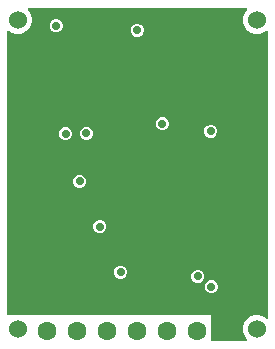
<source format=gbr>
%TF.GenerationSoftware,Altium Limited,Altium Designer,22.10.1 (41)*%
G04 Layer_Physical_Order=2*
G04 Layer_Color=36540*
%FSLAX45Y45*%
%MOMM*%
%TF.SameCoordinates,31040185-1CDC-4878-9C2F-C35C27A90F04*%
%TF.FilePolarity,Positive*%
%TF.FileFunction,Copper,L2,Inr,Signal*%
%TF.Part,Single*%
G01*
G75*
%TA.AperFunction,ViaPad*%
%ADD26C,1.52400*%
%TA.AperFunction,ComponentPad*%
%ADD27C,1.60000*%
%ADD28R,1.60000X1.60000*%
%TA.AperFunction,ViaPad*%
%ADD29C,0.70000*%
G36*
X2132594Y2892300D02*
X2118976Y2878682D01*
X2103178Y2851318D01*
X2095000Y2820798D01*
Y2789202D01*
X2103178Y2758682D01*
X2118976Y2731318D01*
X2141318Y2708976D01*
X2168681Y2693178D01*
X2199202Y2685000D01*
X2230798D01*
X2261318Y2693178D01*
X2288682Y2708976D01*
X2298267Y2718561D01*
X2310000Y2713701D01*
Y281299D01*
X2298267Y276439D01*
X2288682Y286024D01*
X2261318Y301822D01*
X2230798Y310000D01*
X2199202D01*
X2168681Y301822D01*
X2141318Y286024D01*
X2118976Y263682D01*
X2103178Y236318D01*
X2095000Y205798D01*
Y174202D01*
X2103178Y143681D01*
X2118976Y116318D01*
X2132594Y102700D01*
X2127333Y90000D01*
X1830000D01*
Y310000D01*
X95000D01*
Y2713700D01*
X106733Y2718561D01*
X116318Y2708976D01*
X143681Y2693178D01*
X174202Y2685000D01*
X205798D01*
X236318Y2693178D01*
X263682Y2708976D01*
X286024Y2731318D01*
X301822Y2758682D01*
X310000Y2789202D01*
Y2820798D01*
X301822Y2851318D01*
X286024Y2878682D01*
X272406Y2892300D01*
X277666Y2905000D01*
X2127334D01*
X2132594Y2892300D01*
D02*
G37*
%LPC*%
G36*
X525940Y2810000D02*
X504060D01*
X483845Y2801627D01*
X468373Y2786155D01*
X460000Y2765940D01*
Y2744060D01*
X468373Y2723845D01*
X483845Y2708374D01*
X504060Y2700000D01*
X525940D01*
X546155Y2708374D01*
X561627Y2723845D01*
X570000Y2744060D01*
Y2765940D01*
X561627Y2786155D01*
X546155Y2801627D01*
X525940Y2810000D01*
D02*
G37*
G36*
X1210940Y2775000D02*
X1189060D01*
X1168845Y2766626D01*
X1153373Y2751155D01*
X1145000Y2730940D01*
Y2709060D01*
X1153373Y2688845D01*
X1168845Y2673373D01*
X1189060Y2665000D01*
X1210940D01*
X1231155Y2673373D01*
X1246626Y2688845D01*
X1255000Y2709060D01*
Y2730940D01*
X1246626Y2751155D01*
X1231155Y2766626D01*
X1210940Y2775000D01*
D02*
G37*
G36*
X1425940Y1980000D02*
X1404060D01*
X1383845Y1971626D01*
X1368373Y1956155D01*
X1360000Y1935940D01*
Y1914060D01*
X1368373Y1893845D01*
X1383845Y1878373D01*
X1404060Y1870000D01*
X1425940D01*
X1446155Y1878373D01*
X1461626Y1893845D01*
X1470000Y1914060D01*
Y1935940D01*
X1461626Y1956155D01*
X1446155Y1971626D01*
X1425940Y1980000D01*
D02*
G37*
G36*
X1835940Y1920000D02*
X1814060D01*
X1793845Y1911627D01*
X1778373Y1896155D01*
X1770000Y1875940D01*
Y1854060D01*
X1778373Y1833845D01*
X1793845Y1818374D01*
X1814060Y1810000D01*
X1835940D01*
X1856155Y1818374D01*
X1871626Y1833845D01*
X1880000Y1854060D01*
Y1875940D01*
X1871626Y1896155D01*
X1856155Y1911627D01*
X1835940Y1920000D01*
D02*
G37*
G36*
X780940Y1900000D02*
X759060D01*
X738845Y1891627D01*
X723373Y1876155D01*
X715000Y1855940D01*
Y1834060D01*
X723373Y1813845D01*
X738845Y1798374D01*
X759060Y1790000D01*
X780940D01*
X801155Y1798374D01*
X816627Y1813845D01*
X825000Y1834060D01*
Y1855940D01*
X816627Y1876155D01*
X801155Y1891627D01*
X780940Y1900000D01*
D02*
G37*
G36*
X605940Y1895000D02*
X584060D01*
X563845Y1886626D01*
X548374Y1871155D01*
X540000Y1850940D01*
Y1829060D01*
X548374Y1808845D01*
X563845Y1793373D01*
X584060Y1785000D01*
X605940D01*
X626155Y1793373D01*
X641627Y1808845D01*
X650000Y1829060D01*
Y1850940D01*
X641627Y1871155D01*
X626155Y1886626D01*
X605940Y1895000D01*
D02*
G37*
G36*
X725940Y1495000D02*
X704060D01*
X683845Y1486626D01*
X668374Y1471155D01*
X660000Y1450940D01*
Y1429060D01*
X668374Y1408845D01*
X683845Y1393373D01*
X704060Y1385000D01*
X725940D01*
X746155Y1393373D01*
X761627Y1408845D01*
X770000Y1429060D01*
Y1450940D01*
X761627Y1471155D01*
X746155Y1486626D01*
X725940Y1495000D01*
D02*
G37*
G36*
X895940Y1110000D02*
X874060D01*
X853845Y1101626D01*
X838373Y1086155D01*
X830000Y1065940D01*
Y1044060D01*
X838373Y1023845D01*
X853845Y1008373D01*
X874060Y1000000D01*
X895940D01*
X916155Y1008373D01*
X931627Y1023845D01*
X940000Y1044060D01*
Y1065940D01*
X931627Y1086155D01*
X916155Y1101626D01*
X895940Y1110000D01*
D02*
G37*
G36*
X1070940Y725000D02*
X1049060D01*
X1028845Y716626D01*
X1013373Y701155D01*
X1005000Y680940D01*
Y659060D01*
X1013373Y638845D01*
X1028845Y623373D01*
X1049060Y615000D01*
X1070940D01*
X1091155Y623373D01*
X1106626Y638845D01*
X1115000Y659060D01*
Y680940D01*
X1106626Y701155D01*
X1091155Y716626D01*
X1070940Y725000D01*
D02*
G37*
G36*
X1725940Y690000D02*
X1704060D01*
X1683845Y681627D01*
X1668374Y666155D01*
X1660000Y645940D01*
Y624060D01*
X1668374Y603845D01*
X1683845Y588373D01*
X1704060Y580000D01*
X1725940D01*
X1746155Y588373D01*
X1761627Y603845D01*
X1770000Y624060D01*
Y645940D01*
X1761627Y666155D01*
X1746155Y681627D01*
X1725940Y690000D01*
D02*
G37*
G36*
X1840940Y600000D02*
X1819060D01*
X1798845Y591626D01*
X1783373Y576155D01*
X1775000Y555940D01*
Y534060D01*
X1783373Y513845D01*
X1798845Y498373D01*
X1819060Y490000D01*
X1840940D01*
X1861155Y498373D01*
X1876626Y513845D01*
X1885000Y534060D01*
Y555940D01*
X1876626Y576155D01*
X1861155Y591626D01*
X1840940Y600000D01*
D02*
G37*
%LPD*%
D26*
X2215000Y190000D02*
D03*
Y2805000D02*
D03*
X190000D02*
D03*
Y190000D02*
D03*
D27*
X946000Y175000D02*
D03*
X1454000D02*
D03*
X1708000D02*
D03*
X1200000D02*
D03*
X692000D02*
D03*
X438000D02*
D03*
D28*
X1962000D02*
D03*
D29*
X885000Y1055000D02*
D03*
X1010591Y1054118D02*
D03*
X1715000Y635000D02*
D03*
X1830000Y545000D02*
D03*
X1715000Y485000D02*
D03*
X2155000Y835000D02*
D03*
X715000Y1440000D02*
D03*
X1060000Y670000D02*
D03*
X930000Y2425000D02*
D03*
X515000Y2755000D02*
D03*
X595000Y1840000D02*
D03*
X770000Y1845000D02*
D03*
X275000Y1985000D02*
D03*
X2250000Y2604999D02*
D03*
Y2475624D02*
D03*
Y2346249D02*
D03*
Y2216874D02*
D03*
Y2087500D02*
D03*
X2250984Y1958125D02*
D03*
Y1828750D02*
D03*
Y1699375D02*
D03*
Y1570000D02*
D03*
X160000Y2604999D02*
D03*
Y2475624D02*
D03*
Y2346249D02*
D03*
Y2216874D02*
D03*
Y2087500D02*
D03*
X160984Y1958125D02*
D03*
Y1828750D02*
D03*
Y1699375D02*
D03*
X160000Y1570000D02*
D03*
X1700000Y2755000D02*
D03*
X1200000Y2720000D02*
D03*
X1415000Y1925000D02*
D03*
X1825000Y1865000D02*
D03*
%TF.MD5,67207dbbf6ee021d2fbb1a3e723d6515*%
M02*

</source>
